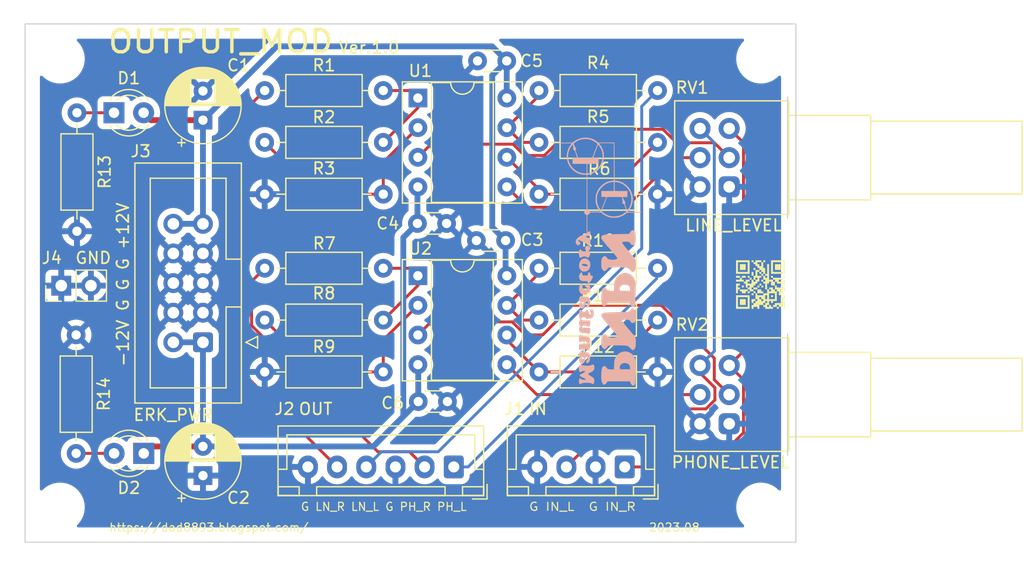
<source format=kicad_pcb>
(kicad_pcb (version 20211014) (generator pcbnew)
  (title_block (title "OUTPUT_MOD") (date "2023-08-25") (rev "1.0") (company "PNPN_Manufactory"))
  (layers (0 "F.Cu" signal) (31 "B.Cu" signal) (34 "B.Paste" user) (35 "F.Paste" user) (36 "B.SilkS" user "B.Silkscreen") (37 "F.SilkS" user "F.Silkscreen") (38 "B.Mask" user) (39 "F.Mask" user) (44 "Edge.Cuts" user))
  (net 0 "")
  (net 1 "+12V")
  (net 2 "GND")
  (net 3 "-12V")
  (net 4 "Net-(D1-Pad1)")
  (net 5 "Net-(D2-Pad2)")
  (net 6 "/IN_L")
  (net 7 "/IN_R")
  (net 8 "/PHONE_L")
  (net 9 "/PHONE_R")
  (net 10 "/LINE_L")
  (net 11 "/LINE_R")
  (net 12 "Net-(R1-Pad1)")
  (net 13 "Net-(R3-Pad1)")
  (net 14 "Net-(R5-Pad2)")
  (net 15 "Net-(R10-Pad1)")
  (net 16 "Net-(R12-Pad1)")
  (net 17 "Net-(RV1-Pad2)")
  (net 18 "Net-(RV1-Pad5)")
  (net 19 "Net-(RV2-Pad2)")
  (net 20 "Net-(RV2-Pad5)")
  (net 21 "Net-(R6-Pad1)")
  (net 22 "Net-(R7-Pad1)")
  (net 23 "Net-(R9-Pad1)")
  (footprint "Resistor_THT:R_Axial_DIN0207_L6.3mm_D2.5mm_P10.16mm_Horizontal" (layer "F.Cu") (at 156.412992 99.297)
    (fp_text reference "R10" (at 5.08 -2.37) (layer "F.SilkS"))
    (fp_text value "100")
    (pad "1" thru_hole circle (at 0 0) (size 1.6 1.6) (drill 0.8) (layers *.Cu *.Mask) (net 15 "Net-(R10-Pad1)"))
    (pad "2" thru_hole oval (at 10.16 0) (size 1.6 1.6) (drill 0.8) (layers *.Cu *.Mask) (net 8 "/PHONE_L"))
  )
  (footprint "Capacitor_THT:C_Disc_D3.0mm_W1.6mm_P2.50mm" (layer "F.Cu") (at 148.572992 110.727 180)
    (fp_text reference "C6" (at 4.689 -0.127) (layer "F.SilkS"))
    (fp_text value "0.1uF")
    (pad "1" thru_hole circle (at 0 0 180) (size 1.6 1.6) (drill 0.8) (layers *.Cu *.Mask) (net 2 "GND"))
    (pad "2" thru_hole circle (at 2.5 0 180) (size 1.6 1.6) (drill 0.8) (layers *.Cu *.Mask) (net 3 "-12V"))
  )
  (footprint "Capacitor_THT:CP_Radial_D6.3mm_P2.50mm" (layer "F.Cu") (at 127.627992 86.597 90)
    (fp_text reference "C1" (at 4.699 3.048 180) (layer "F.SilkS"))
    (fp_text value "100uF")
    (pad "1" thru_hole rect (at 0 0 90) (size 1.6 1.6) (drill 0.8) (layers *.Cu *.Mask) (net 1 "+12V"))
    (pad "2" thru_hole circle (at 2.5 0 90) (size 1.6 1.6) (drill 0.8) (layers *.Cu *.Mask) (net 2 "GND"))
  )
  (footprint "myfootprint:QR_Blog_5" (layer "F.Cu") (at 175.379992 100.694)
    (fp_text reference "G***")
    (fp_text value "LOGO" hide)
  )
  (footprint "Capacitor_THT:C_Disc_D3.0mm_W1.6mm_P2.50mm" (layer "F.Cu") (at 153.652992 81.517 180)
    (fp_text reference "C5" (at -2.125 0) (layer "F.SilkS"))
    (fp_text value "0.1uF")
    (pad "1" thru_hole circle (at 0 0 180) (size 1.6 1.6) (drill 0.8) (layers *.Cu *.Mask) (net 1 "+12V"))
    (pad "2" thru_hole circle (at 2.5 0 180) (size 1.6 1.6) (drill 0.8) (layers *.Cu *.Mask) (net 2 "GND"))
  )
  (footprint "Resistor_THT:R_Axial_DIN0207_L6.3mm_D2.5mm_P10.16mm_Horizontal" (layer "F.Cu") (at 166.572992 88.502 180)
    (fp_text reference "R5" (at 5.08623 2.191321) (layer "F.SilkS"))
    (fp_text value "10k")
    (pad "1" thru_hole circle (at 0 0 180) (size 1.6 1.6) (drill 0.8) (layers *.Cu *.Mask) (net 21 "Net-(R6-Pad1)"))
    (pad "2" thru_hole oval (at 10.16 0 180) (size 1.6 1.6) (drill 0.8) (layers *.Cu *.Mask) (net 14 "Net-(R5-Pad2)"))
  )
  (footprint "LED_THT:LED_D3.0mm" (layer "F.Cu") (at 120.002992 85.962)
    (fp_text reference "D1" (at 1.27 -2.96) (layer "F.SilkS"))
    (fp_text value "LED")
    (pad "1" thru_hole rect (at 0 0) (size 1.8 1.8) (drill 0.9) (layers *.Cu *.Mask) (net 4 "Net-(D1-Pad1)"))
    (pad "2" thru_hole circle (at 2.54 0) (size 1.8 1.8) (drill 0.9) (layers *.Cu *.Mask) (net 1 "+12V"))
  )
  (footprint "Potentiometer_THT:Potentiometer_Alps_RK097_Dual_Horizontal" (layer "F.Cu") (at 172.712992 112.632 180)
    (fp_text reference "RV2" (at 3.175 8.5) (layer "F.SilkS"))
    (fp_text value "50k/A Dual")
    (fp_line (start -5 -2.7) (end -5 7.7) (layer "Edge.Cuts") (width 0.1))
    (pad "1" thru_hole roundrect (at 0 0) (size 1.8 1.8) (drill 1) (layers *.Cu *.Mask) (net 2 "GND"))
    (pad "2" thru_hole circle (at 0 2.5) (size 1.8 1.8) (drill 1) (layers *.Cu *.Mask) (net 19 "Net-(RV2-Pad2)"))
    (pad "3" thru_hole circle (at 0 5) (size 1.8 1.8) (drill 1) (layers *.Cu *.Mask) (net 7 "/IN_R"))
    (pad "4" thru_hole circle (at 2.5 0) (size 1.8 1.8) (drill 1) (layers *.Cu *.Mask) (net 2 "GND"))
    (pad "5" thru_hole circle (at 2.5 2.5) (size 1.8 1.8) (drill 1) (layers *.Cu *.Mask) (net 20 "Net-(RV2-Pad5)"))
    (pad "6" thru_hole circle (at 2.5 5) (size 1.8 1.8) (drill 1) (layers *.Cu *.Mask) (net 6 "/IN_L"))
  )
  (footprint "Potentiometer_THT:Potentiometer_Alps_RK097_Dual_Horizontal" (layer "F.Cu") (at 172.712992 92.312 180)
    (fp_text reference "RV1" (at 3.175 8.5) (layer "F.SilkS"))
    (fp_text value "50k/A_Dual")
    (fp_line (start -5 -2.7) (end -5 7.7) (layer "Edge.Cuts") (width 0.1))
    (pad "1" thru_hole roundrect (at 0 0) (size 1.8 1.8) (drill 1) (layers *.Cu *.Mask) (net 2 "GND"))
    (pad "2" thru_hole circle (at 0 2.5) (size 1.8 1.8) (drill 1) (layers *.Cu *.Mask) (net 17 "Net-(RV1-Pad2)"))
    (pad "3" thru_hole circle (at 0 5) (size 1.8 1.8) (drill 1) (layers *.Cu *.Mask) (net 7 "/IN_R"))
    (pad "4" thru_hole circle (at 2.5 0) (size 1.8 1.8) (drill 1) (layers *.Cu *.Mask) (net 2 "GND"))
    (pad "5" thru_hole circle (at 2.5 2.5) (size 1.8 1.8) (drill 1) (layers *.Cu *.Mask) (net 18 "Net-(RV1-Pad5)"))
    (pad "6" thru_hole circle (at 2.5 5) (size 1.8 1.8) (drill 1) (layers *.Cu *.Mask) (net 6 "/IN_L"))
  )
  (footprint "Resistor_THT:R_Axial_DIN0207_L6.3mm_D2.5mm_P10.16mm_Horizontal" (layer "F.Cu") (at 116.763234 105.012 -90)
    (fp_text reference "R14" (at 5.08 -2.37 90) (layer "F.SilkS"))
    (fp_text value "470")
    (pad "1" thru_hole circle (at 0 0 270) (size 1.6 1.6) (drill 0.8) (layers *.Cu *.Mask) (net 2 "GND"))
    (pad "2" thru_hole oval (at 10.16 0 270) (size 1.6 1.6) (drill 0.8) (layers *.Cu *.Mask) (net 5 "Net-(D2-Pad2)"))
  )
  (footprint "Connector_IDC:IDC-Header_2x05_P2.54mm_Vertical" (layer "F.Cu") (at 127.627992 105.647 180)
    (fp_text reference "J3" (at 5.334 16.383) (layer "F.SilkS"))
    (fp_text value "ERK_PWR")
    (pad "1" thru_hole roundrect (at 0 0 180) (size 1.7 1.7) (drill 1) (layers *.Cu *.Mask) (roundrect_rratio 0.1470588235) (net 3 "-12V"))
    (pad "2" thru_hole circle (at 2.54 0 180) (size 1.7 1.7) (drill 1) (layers *.Cu *.Mask) (net 3 "-12V"))
    (pad "3" thru_hole circle (at 0 2.54 180) (size 1.7 1.7) (drill 1) (layers *.Cu *.Mask) (net 2 "GND"))
    (pad "4" thru_hole circle (at 2.54 2.54 180) (size 1.7 1.7) (drill 1) (layers *.Cu *.Mask) (net 2 "GND"))
    (pad "5" thru_hole circle (at 0 5.08 180) (size 1.7 1.7) (drill 1) (layers *.Cu *.Mask) (net 2 "GND"))
    (pad "6" thru_hole circle (at 2.54 5.08 180) (size 1.7 1.7) (drill 1) (layers *.Cu *.Mask) (net 2 "GND"))
    (pad "7" thru_hole circle (at 0 7.62 180) (size 1.7 1.7) (drill 1) (layers *.Cu *.Mask) (net 2 "GND"))
    (pad "8" thru_hole circle (at 2.54 7.62 180) (size 1.7 1.7) (drill 1) (layers *.Cu *.Mask) (net 2 "GND"))
    (pad "9" thru_hole circle (at 0 10.16 180) (size 1.7 1.7) (drill 1) (layers *.Cu *.Mask) (net 1 "+12V"))
    (pad "10" thru_hole circle (at 2.54 10.16 180) (size 1.7 1.7) (drill 1) (layers *.Cu *.Mask) (net 1 "+12V"))
  )
  (footprint "MountingHole:MountingHole_3.2mm_M3" (layer "F.Cu") (at 175.427992 81.342)
    (fp_text reference "H3")
    (fp_text value "MountingHole")
    (pad "" np_thru_hole circle (at 0 0) (size 3.2 3.2) (drill 3.2) (layers *.Cu *.Mask))
  )
  (footprint "Resistor_THT:R_Axial_DIN0207_L6.3mm_D2.5mm_P10.16mm_Horizontal" (layer "F.Cu") (at 143.077992 99.297 180)
    (fp_text reference "R7" (at 5.053281 2.128882) (layer "F.SilkS"))
    (fp_text value "100")
    (pad "1" thru_hole circle (at 0 0 180) (size 1.6 1.6) (drill 0.8) (layers *.Cu *.Mask) (net 22 "Net-(R7-Pad1)"))
    (pad "2" thru_hole oval (at 10.16 0 180) (size 1.6 1.6) (drill 0.8) (layers *.Cu *.Mask) (net 9 "/PHONE_R"))
  )
  (footprint "MountingHole:MountingHole_3.2mm_M3" (layer "F.Cu") (at 175.427992 119.792)
    (fp_text reference "H4")
    (fp_text value "MountingHole")
    (pad "" np_thru_hole circle (at 0 0) (size 3.2 3.2) (drill 3.2) (layers *.Cu *.Mask))
  )
  (footprint "Resistor_THT:R_Axial_DIN0207_L6.3mm_D2.5mm_P10.16mm_Horizontal" (layer "F.Cu") (at 143.077992 92.947 180)
    (fp_text reference "R3" (at 5.084481 2.205987) (layer "F.SilkS"))
    (fp_text value "10k")
    (pad "1" thru_hole circle (at 0 0 180) (size 1.6 1.6) (drill 0.8) (layers *.Cu *.Mask) (net 13 "Net-(R3-Pad1)"))
    (pad "2" thru_hole oval (at 10.16 0 180) (size 1.6 1.6) (drill 0.8) (layers *.Cu *.Mask) (net 2 "GND"))
  )
  (footprint "Resistor_THT:R_Axial_DIN0207_L6.3mm_D2.5mm_P10.16mm_Horizontal" (layer "F.Cu") (at 143.077992 84.057 180)
    (fp_text reference "R1" (at 5.08 2.159) (layer "F.SilkS"))
    (fp_text value "100")
    (pad "1" thru_hole circle (at 0 0 180) (size 1.6 1.6) (drill 0.8) (layers *.Cu *.Mask) (net 12 "Net-(R1-Pad1)"))
    (pad "2" thru_hole oval (at 10.16 0 180) (size 1.6 1.6) (drill 0.8) (layers *.Cu *.Mask) (net 11 "/LINE_R"))
  )
  (footprint "Resistor_THT:R_Axial_DIN0207_L6.3mm_D2.5mm_P10.16mm_Horizontal" (layer "F.Cu") (at 166.572992 103.742 180)
    (fp_text reference "R11" (at 5.117429 2.081149) (layer "F.SilkS"))
    (fp_text value "10k")
    (pad "1" thru_hole circle (at 0 0 180) (size 1.6 1.6) (drill 0.8) (layers *.Cu *.Mask) (net 16 "Net-(R12-Pad1)"))
    (pad "2" thru_hole oval (at 10.16 0 180) (size 1.6 1.6) (drill 0.8) (layers *.Cu *.Mask) (net 15 "Net-(R10-Pad1)"))
  )
  (footprint "Capacitor_THT:CP_Radial_D6.3mm_P2.50mm" (layer "F.Cu") (at 127.627992 117.077 90)
    (fp_text reference "C2" (at -1.905 3.048 180) (layer "F.SilkS"))
    (fp_text value "100uF")
    (pad "1" thru_hole rect (at 0 0 90) (size 1.6 1.6) (drill 0.8) (layers *.Cu *.Mask) (net 2 "GND"))
    (pad "2" thru_hole circle (at 2.5 0 90) (size 1.6 1.6) (drill 0.8) (layers *.Cu *.Mask) (net 3 "-12V"))
  )
  (footprint "Resistor_THT:R_Axial_DIN0207_L6.3mm_D2.5mm_P10.16mm_Horizontal" (layer "F.Cu") (at 156.412992 108.187)
    (fp_text reference "R12" (at 5.08 -2.159) (layer "F.SilkS"))
    (fp_text value "10k")
    (pad "1" thru_hole circle (at 0 0) (size 1.6 1.6) (drill 0.8) (layers *.Cu *.Mask) (net 16 "Net-(R12-Pad1)"))
    (pad "2" thru_hole oval (at 10.16 0) (size 1.6 1.6) (drill 0.8) (layers *.Cu *.Mask) (net 2 "GND"))
  )
  (footprint "Resistor_THT:R_Axial_DIN0207_L6.3mm_D2.5mm_P10.16mm_Horizontal" (layer "F.Cu") (at 132.917992 88.502)
    (fp_text reference "R2" (at 5.075519 -2.160121) (layer "F.SilkS"))
    (fp_text value "10k")
    (pad "1" thru_hole circle (at 0 0) (size 1.6 1.6) (drill 0.8) (layers *.Cu *.Mask) (net 13 "Net-(R3-Pad1)"))
    (pad "2" thru_hole oval (at 10.16 0) (size 1.6 1.6) (drill 0.8) (layers *.Cu *.Mask) (net 12 "Net-(R1-Pad1)"))
  )
  (footprint "Resistor_THT:R_Axial_DIN0207_L6.3mm_D2.5mm_P10.16mm_Horizontal" (layer "F.Cu") (at 116.832992 85.962 -90)
    (fp_text reference "R13" (at 5.08 -2.37 90) (layer "F.SilkS"))
    (fp_text value "470")
    (pad "1" thru_hole circle (at 0 0 270) (size 1.6 1.6) (drill 0.8) (layers *.Cu *.Mask) (net 4 "Net-(D1-Pad1)"))
    (pad "2" thru_hole oval (at 10.16 0 270) (size 1.6 1.6) (drill 0.8) (layers *.Cu *.Mask) (net 2 "GND"))
  )
  (footprint "Capacitor_THT:C_Disc_D3.0mm_W1.6mm_P2.50mm" (layer "F.Cu") (at 153.556825 96.92035 180)
    (fp_text reference "C3" (at -2.275548 0.062399) (layer "F.SilkS"))
    (fp_text value "0.1uF")
    (pad "1" thru_hole circle (at 0 0 180) (size 1.6 1.6) (drill 0.8) (layers *.Cu *.Mask) (net 1 "+12V"))
    (pad "2" thru_hole circle (at 2.5 0 180) (size 1.6 1.6) (drill 0.8) (layers *.Cu *.Mask) (net 2 "GND"))
  )
  (footprint "Capacitor_THT:C_Disc_D3.0mm_W1.6mm_P2.50mm" (layer "F.Cu") (at 148.5025 95.453972 180)
    (fp_text reference "C4" (at 5.04 0) (layer "F.SilkS"))
    (fp_text value "0.1uF")
    (pad "1" thru_hole circle (at 0 0 180) (size 1.6 1.6) (drill 0.8) (layers *.Cu *.Mask) (net 2 "GND"))
    (pad "2" thru_hole circle (at 2.5 0 180) (size 1.6 1.6) (drill 0.8) (layers *.Cu *.Mask) (net 3 "-12V"))
  )
  (footprint "Connector_JST:JST_XH_B4B-XH-A_1x04_P2.50mm_Vertical" (layer "F.Cu") (at 163.762992 116.332 180)
    (fp_text reference "J1" (at 9.465 4.97) (layer "F.SilkS"))
    (fp_text value "IN")
    (pad "1" thru_hole roundrect (at 0 0 180) (size 1.7 1.95) (drill 0.95) (layers *.Cu *.Mask) (roundrect_rratio 0.1470588235) (net 7 "/IN_R"))
    (pad "2" thru_hole oval (at 2.5 0 180) (size 1.7 1.95) (drill 0.95) (layers *.Cu *.Mask) (net 2 "GND"))
    (pad "3" thru_hole oval (at 5 0 180) (size 1.7 1.95) (drill 0.95) (layers *.Cu *.Mask) (net 6 "/IN_L"))
    (pad "4" thru_hole oval (at 7.5 0 180) (size 1.7 1.95) (drill 0.95) (layers *.Cu *.Mask) (net 2 "GND"))
  )
  (footprint "Connector_JST:JST_XH_B6B-XH-A_1x06_P2.50mm_Vertical" (layer "F.Cu") (at 149.117992 116.332 180)
    (fp_text reference "J2" (at 14.505 4.97) (layer "F.SilkS"))
    (fp_text value "OUT")
    (pad "1" thru_hole roundrect (at 0 0 180) (size 1.7 1.95) (drill 0.95) (layers *.Cu *.Mask) (roundrect_rratio 0.1470588235) (net 8 "/PHONE_L"))
    (pad "2" thru_hole oval (at 2.5 0 180) (size 1.7 1.95) (drill 0.95) (layers *.Cu *.Mask) (net 9 "/PHONE_R"))
    (pad "3" thru_hole oval (at 5 0 180) (size 1.7 1.95) (drill 0.95) (layers *.Cu *.Mask) (net 2 "GND"))
    (pad "4" thru_hole oval (at 7.5 0 180) (size 1.7 1.95) (drill 0.95) (layers *.Cu *.Mask) (net 10 "/LINE_L"))
    (pad "5" thru_hole oval (at 10 0 180) (size 1.7 1.95) (drill 0.95) (layers *.Cu *.Mask) (net 11 "/LINE_R"))
    (pad "6" thru_hole oval (at 12.5 0 180) (size 1.7 1.95) (drill 0.95) (layers *.Cu *.Mask) (net 2 "GND"))
  )
  (footprint "MountingHole:MountingHole_3.2mm_M3" (layer "F.Cu") (at 115.387992 119.792)
    (fp_text reference "H2")
    (fp_text value "MountingHole")
    (pad "" np_thru_hole circle (at 0 0) (size 3.2 3.2) (drill 3.2) (layers *.Cu *.Mask))
  )
  (footprint "Connector_PinHeader_2.54mm:PinHeader_1x02_P2.54mm_Vertical" (layer "F.Cu") (at 115.488234 100.787 90)
    (fp_text reference "J4" (at 2.379 -0.814242 180) (layer "F.SilkS"))
    (fp_text value "TP_GND")
    (pad "1" thru_hole rect (at 0 0 90) (size 1.7 1.7) (drill 1) (layers *.Cu *.Mask) (net 2 "GND"))
    (pad "2" thru_hole oval (at 0 2.54 90) (size 1.7 1.7) (drill 1) (layers *.Cu *.Mask) (net 2 "GND"))
  )
  (footprint "LED_THT:LED_D3.0mm" (layer "F.Cu") (at 122.552992 115.172 180)
    (fp_text reference "D2" (at 1.27 -2.96) (layer "F.SilkS"))
    (fp_text value "LED")
    (pad "1" thru_hole rect (at 0 0 180) (size 1.8 1.8) (drill 0.9) (layers *.Cu *.Mask) (net 3 "-12V"))
    (pad "2" thru_hole circle (at 2.54 0 180) (size 1.8 1.8) (drill 0.9) (layers *.Cu *.Mask) (net 5 "Net-(D2-Pad2)"))
  )
  (footprint "Resistor_THT:R_Axial_DIN0207_L6.3mm_D2.5mm_P10.16mm_Horizontal" (layer "F.Cu") (at 156.412992 92.947)
    (fp_text reference "R6" (at 5.167369 -2.174787) (layer "F.SilkS"))
    (fp_text value "10k")
    (pad "1" thru_hole circle (at 0 0) (size 1.6 1.6) (drill 0.8) (layers *.Cu *.Mask) (net 21 "Net-(R6-Pad1)"))
    (pad "2" thru_hole oval (at 10.16 0) (size 1.6 1.6) (drill 0.8) (layers *.Cu *.Mask) (net 2 "GND"))
  )
  (footprint "Package_DIP:DIP-8_W7.62mm_Socket" (layer "F.Cu") (at 146.042992 99.942)
    (fp_text reference "U2" (at 0.21 -2.33) (layer "F.SilkS"))
    (fp_text value "NJM4580")
    (pad "1" thru_hole rect (at 0 0) (size 1.6 1.6) (drill 0.8) (layers *.Cu *.Mask) (net 22 "Net-(R7-Pad1)"))
    (pad "2" thru_hole oval (at 0 2.54) (size 1.6 1.6) (drill 0.8) (layers *.Cu *.Mask) (net 23 "Net-(R9-Pad1)"))
    (pad "3" thru_hole oval (at 0 5.08) (size 1.6 1.6) (drill 0.8) (layers *.Cu *.Mask) (net 19 "Net-(RV2-Pad2)"))
    (pad "4" thru_hole oval (at 0 7.62) (size 1.6 1.6) (drill 0.8) (layers *.Cu *.Mask) (net 3 "-12V"))
    (pad "5" thru_hole oval (at 7.62 7.62) (size 1.6 1.6) (drill 0.8) (layers *.Cu *.Mask) (net 20 "Net-(RV2-Pad5)"))
    (pad "6" thru_hole oval (at 7.62 5.08) (size 1.6 1.6) (drill 0.8) (layers *.Cu *.Mask) (net 16 "Net-(R12-Pad1)"))
    (pad "7" thru_hole oval (at 7.62 2.54) (size 1.6 1.6) (drill 0.8) (layers *.Cu *.Mask) (net 15 "Net-(R10-Pad1)"))
    (pad "8" thru_hole oval (at 7.62 0) (size 1.6 1.6) (drill 0.8) (layers *.Cu *.Mask) (net 1 "+12V"))
  )
  (footprint "Resistor_THT:R_Axial_DIN0207_L6.3mm_D2.5mm_P10.16mm_Horizontal" (layer "F.Cu") (at 156.412992 84.057)
    (fp_text reference "R4" (at 5.08 -2.37) (layer "F.SilkS"))
    (fp_text value "100")
    (pad "1" thru_hole circle (at 0 0) (size 1.6 1.6) (drill 0.8) (layers *.Cu *.Mask) (net 14 "Net-(R5-Pad2)"))
    (pad "2" thru_hole oval (at 10.16 0) (size 1.6 1.6) (drill 0.8) (layers *.Cu *.Mask) (net 10 "/LINE_L"))
  )
  (footprint "Resistor_THT:R_Axial_DIN0207_L6.3mm_D2.5mm_P10.16mm_Horizontal" (layer "F.Cu") (at 143.077992 108.187 180)
    (fp_text reference "R9" (at 5.08 2.159) (layer "F.SilkS"))
    (fp_text value "10k")
    (pad "1" thru_hole circle (at 0 0 180) (size 1.6 1.6) (drill 0.8) (layers *.Cu *.Mask) (net 23 "Net-(R9-Pad1)"))
    (pad "2" thru_hole oval (at 10.16 0 180) (size 1.6 1.6) (drill 0.8) (layers *.Cu *.Mask) (net 2 "GND"))
  )
  (footprint "MountingHole:MountingHole_3.2mm_M3" (layer "F.Cu") (at 115.387992 81.342)
    (fp_text reference "H1")
    (fp_text value "MountingHole")
    (pad "" np_thru_hole circle (at 0 0) (size 3.2 3.2) (drill 3.2) (layers *.Cu *.Mask))
  )
  (footprint "Package_DIP:DIP-8_W7.62mm_Socket" (layer "F.Cu") (at 146.042992 84.702)
    (fp_text reference "U1" (at 0.21 -2.33) (layer "F.SilkS"))
    (fp_text value "NJM4580")
    (pad "1" thru_hole rect (at 0 0) (size 1.6 1.6) (drill 0.8) (layers *.Cu *.Mask) (net 12 "Net-(R1-Pad1)"))
    (pad "2" thru_hole oval (at 0 2.54) (size 1.6 1.6) (drill 0.8) (layers *.Cu *.Mask) (net 13 "Net-(R3-Pad1)"))
    (pad "3" thru_hole oval (at 0 5.08) (size 1.6 1.6) (drill 0.8) (layers *.Cu *.Mask) (net 17 "Net-(RV1-Pad2)"))
    (pad "4" thru_hole oval (at 0 7.62) (size 1.6 1.6) (drill 0.8) (layers *.Cu *.Mask) (net 3 "-12V"))
    (pad "5" thru_hole oval (at 7.62 7.62) (size 1.6 1.6) (drill 0.8) (layers *.Cu *.Mask) (net 18 "Net-(RV1-Pad5)"))
    (pad "6" thru_hole oval (at 7.62 5.08) (size 1.6 1.6) (drill 0.8) (layers *.Cu *.Mask) (net 21 "Net-(R6-Pad1)"))
    (pad "7" thru_hole oval (at 7.62 2.54) (size 1.6 1.6) (drill 0.8) (layers *.Cu *.Mask) (net 14 "Net-(R5-Pad2)"))
    (pad "8" thru_hole oval (at 7.62 0) (size 1.6 1.6) (drill 0.8) (layers *.Cu *.Mask) (net 1 "+12V"))
  )
  (footprint "Resistor_THT:R_Axial_DIN0207_L6.3mm_D2.5mm_P10.16mm_Horizontal" (layer "F.Cu") (at 132.917992 103.742)
    (fp_text reference "R8" (at 5.08 -2.286) (layer "F.SilkS"))
    (fp_text value "10k")
    (pad "1" thru_hole circle (at 0 0) (size 1.6 1.6) (drill 0.8) (layers *.Cu *.Mask) (net 23 "Net-(R9-Pad1)"))
    (pad "2" thru_hole oval (at 10.16 0) (size 1.6 1.6) (drill 0.8) (layers *.Cu *.Mask) (net 22 "Net-(R7-Pad1)"))
  )
  (footprint "myfootprint:Silk_PNPN_Thyristor_1200dpi" (layer "B.Cu") (at 161.409992 92.058 90)
    (fp_text reference "G***" hide)
    (fp_text value "LOGO" hide)
  )
  (footprint "myfootprint:Silk_PNPN_Manufactory_600dpi" (layer "B.Cu") (at 162.425992 102.726 90)
    (fp_text reference "G***" hide)
    (fp_text value "LOGO" hide)
  )
  (gr_rect (start 112.387992 78.342) (end 178.427992 122.792) (layer "Edge.Cuts") (width 0.1) (fill none))
  (gr_text "PHONE_LEVEL" (at 172.839992 115.934) (layer "F.SilkS") (effects (font (size 1 1))))
  (gr_text "2023.08" (at 168.013992 121.522) (layer "F.SilkS") (effects (font (size 0.7 0.7) (thickness 0.1))))
  (gr_text "Ver.1.0" (at 141.851992 80.374) (layer "F.SilkS") (effects (font (size 1 1))))
  (gr_text "ERK_PWR" (at 125.087992 111.87) (layer "F.SilkS") (effects (font (size 1 1))))
  (gr_text "-12V G G G +12V" (at 120.769992 100.694 90) (layer "F.SilkS") (effects (font (size 1 1))))
  (gr_text "OUT" (at 137.279992 111.362) (layer "F.SilkS") (effects (font (size 1 1))))
  (gr_text "IN" (at 156.329992 111.362) (layer "F.SilkS") (effects (font (size 1 1))))
  (gr_text "G IN_L  G IN_R" (at 160.139992 119.744) (layer "F.SilkS") (effects (font (size 0.7 0.8) (thickness 0.1))))
  (gr_text "LINE_LEVEL" (at 173.093992 95.614) (layer "F.SilkS") (effects (font (size 1 1))))
  (gr_text "OUTPUT_MOD" (at 129.151992 79.866) (layer "F.SilkS") (effects (font (size 1.9 2) (thickness 0.3))))
  (gr_text "https://dad8893.blogspot.com/" (at 128.135992 121.522) (layer "F.SilkS") (effects (font (size 0.7 0.7) (thickness 0.1))))
  (gr_text "GND" (at 118.229992 98.408) (layer "F.SilkS") (effects (font (size 1 1))))
  (gr_text "G LN_R LN_L G PH_R PH_L" (at 143.121992 119.744) (layer "F.SilkS") (effects (font (size 0.7 0.7) (thickness 0.1))))
  (segment (start 122.542992 85.962) (end 123.177992 86.597) (width 0.5) (layer "F.Cu") (net 1))
  (segment (start 123.177992 86.597) (end 127.627992 86.597) (width 0.5) (layer "F.Cu") (net 1))
  (segment (start 153.556825 96.92035) (end 153.556825 99.835833) (width 0.5) (layer "B.Cu") (net 1))
  (segment (start 152.402992 80.267) (end 153.652992 81.517) (width 0.5) (layer "B.Cu") (net 1))
  (segment (start 125.087992 95.487) (end 127.627992 95.487) (width 0.5) (layer "B.Cu") (net 1))
  (segment (start 153.652992 84.692) (end 153.662992 84.702) (width 0.5) (layer "B.Cu") (net 1))
  (segment (start 153.556825 99.835833) (end 153.662992 99.942) (width 0.5) (layer "B.Cu") (net 1))
  (segment (start 133.957992 80.267) (end 152.402992 80.267) (width 0.5) (layer "B.Cu") (net 1))
  (segment (start 127.627992 86.597) (end 133.957992 80.267) (width 0.5) (layer "B.Cu") (net 1))
  (segment (start 153.652992 81.517) (end 152.412992 82.757) (width 0.5) (layer "B.Cu") (net 1))
  (segment (start 152.412992 95.776517) (end 153.556825 96.92035) (width 0.5) (layer "B.Cu") (net 1))
  (segment (start 152.412992 82.757) (end 152.412992 95.776517) (width 0.5) (layer "B.Cu") (net 1))
  (segment (start 127.627992 95.487) (end 127.627992 86.597) (width 0.5) (layer "B.Cu") (net 1))
  (segment (start 153.652992 81.517) (end 153.652992 84.692) (width 0.5) (layer "B.Cu") (net 1))
  (segment (start 122.552992 115.172) (end 123.147992 114.577) (width 0.5) (layer "F.Cu") (net 3))
  (segment (start 123.147992 114.577) (end 127.627992 114.577) (width 0.5) (layer "F.Cu") (net 3))
  (segment (start 146.0025 95.453972) (end 146.0025 92.362492) (width 0.5) (layer "B.Cu") (net 3))
  (segment (start 125.087992 105.647) (end 127.627992 105.647) (width 0.5) (layer "B.Cu") (net 3))
  (segment (start 142.222992 114.577) (end 144.792992 112.007) (width 0.5) (layer "B.Cu") (net 3))
  (segment (start 144.792992 96.66348) (end 146.0025 95.453972) (width 0.5) (layer "B.Cu") (net 3))
  (segment (start 144.792992 112.007) (end 144.792992 96.66348) (width 0.5) (layer "B.Cu") (net 3))
  (segment (start 146.0025 92.362492) (end 146.042992 92.322) (width 0.5) (layer "B.Cu") (net 3))
  (segment (start 142.222992 114.577) (end 146.072992 110.727) (width 0.5) (layer "B.Cu") (net 3))
  (segment (start 146.072992 110.727) (end 146.072992 107.592) (width 0.5) (layer "B.Cu") (net 3))
  (segment (start 127.627992 105.647) (end 127.627992 114.577) (width 0.5) (layer "B.Cu") (net 3))
  (segment (start 146.072992 107.592) (end 146.042992 107.562) (width 0.5) (layer "B.Cu") (net 3))
  (segment (start 127.627992 114.577) (end 142.222992 114.577) (width 0.5) (layer "B.Cu") (net 3))
  (segment (start 116.832992 85.962) (end 120.002992 85.962) (width 0.25) (layer "F.Cu") (net 4))
  (segment (start 116.763234 115.172) (end 120.012992 115.172) (width 0.25) (layer "F.Cu") (net 5))
  (segment (start 171.487992 110.589412) (end 171.487992 109.543396) (width 0.25) (layer "F.Cu") (net 6))
  (segment (start 171.487992 109.543396) (end 170.212992 108.268396) (width 0.25) (layer "F.Cu") (net 6))
  (segment (start 170.212992 108.268396) (end 170.212992 107.632) (width 0.25) (layer "F.Cu") (net 6))
  (segment (start 158.762992 116.332) (end 163.737992 111.357) (width 0.25) (layer "F.Cu") (net 6))
  (segment (start 170.720404 111.357) (end 171.487992 110.589412) (width 0.25) (layer "F.Cu") (net 6))
  (segment (start 163.737992 111.357) (end 170.720404 111.357) (width 0.25) (layer "F.Cu") (net 6))
  (segment (start 170.212992 107.632) (end 171.437992 106.407) (width 0.25) (layer "B.Cu") (net 6))
  (segment (start 171.437992 88.537) (end 170.212992 87.312) (width 0.25) (layer "B.Cu") (net 6))
  (segment (start 171.437992 106.407) (end 171.437992 88.537) (width 0.25) (layer "B.Cu") (net 6))
  (segment (start 173.937992 106.407) (end 173.937992 88.537) (width 0.25) (layer "F.Cu") (net 7))
  (segment (start 173.937992 88.537) (end 172.712992 87.312) (width 0.25) (layer "F.Cu") (net 7))
  (segment (start 171.009008 116.332) (end 173.937992 113.403016) (width 0.25) (layer "F.Cu") (net 7))
  (segment (start 173.937992 108.857) (end 172.712992 107.632) (width 0.25) (layer "F.Cu") (net 7))
  (segment (start 163.762992 116.332) (end 171.009008 116.332) (width 0.25) (layer "F.Cu") (net 7))
  (segment (start 172.712992 107.632) (end 173.937992 106.407) (width 0.25) (layer "F.Cu") (net 7))
  (segment (start 173.937992 113.403016) (end 173.937992 108.857) (width 0.25) (layer "F.Cu") (net 7))
  (segment (start 150.343992 116.332) (end 166.489992 100.186) (width 0.25) (layer "B.Cu") (net 8))
  (segment (start 149.117992 116.332) (end 150.343992 116.332) (width 0.25) (layer "B.Cu") (net 8))
  (segment (start 132.917992 99.297) (end 131.792992 100.422) (width 0.25) (layer "F.Cu") (net 9))
  (segment (start 131.792992 104.207991) (end 142.617001 115.032) (width 0.25) (layer "F.Cu") (net 9))
  (segment (start 142.617001 115.032) (end 145.317992 115.032) (width 0.25) (layer "F.Cu") (net 9))
  (segment (start 131.792992 100.422) (end 131.792992 104.207991) (width 0.25) (layer "F.Cu") (net 9))
  (segment (start 145.317992 115.032) (end 146.617992 116.332) (width 0.25) (layer "F.Cu") (net 9))
  (segment (start 147.783983 115.032) (end 165.219992 97.595991) (width 0.25) (layer "B.Cu") (net 10))
  (segment (start 165.219992 97.595991) (end 165.219992 85.41) (width 0.25) (layer "B.Cu") (net 10))
  (segment (start 141.617992 116.332) (end 142.917992 115.032) (width 0.25) (layer "B.Cu") (net 10))
  (segment (start 165.219992 85.41) (end 166.572992 84.057) (width 0.25) (layer "B.Cu") (net 10))
  (segment (start 142.917992 115.032) (end 147.783983 115.032) (width 0.25) (layer "B.Cu") (net 10))
  (segment (start 132.917992 84.057) (end 131.342992 85.632) (width 0.25) (layer "F.Cu") (net 11))
  (segment (start 131.342992 85.632) (end 131.342992 108.557) (width 0.25) (layer "F.Cu") (net 11))
  (segment (start 131.342992 108.557) (end 139.117992 116.332) (width 0.25) (layer "F.Cu") (net 11))
  (segment (start 145.397992 84.057) (end 146.042992 84.702) (width 0.25) (layer "F.Cu") (net 12))
  (segment (start 146.042992 85.537) (end 146.042992 84.702) (width 0.25) (layer "F.Cu") (net 12))
  (segment (start 143.077992 88.502) (end 146.042992 85.537) (width 0.25) (layer "F.Cu") (net 12))
  (segment (start 143.077992 84.057) (end 145.397992 84.057) (width 0.25) (layer "F.Cu") (net 12))
  (segment (start 143.077992 92.947) (end 137.362992 92.947) (width 0.25) (layer "F.Cu") (net 13))
  (segment (start 143.077992 92.947) (end 143.077992 90.207) (width 0.25) (layer "F.Cu") (net 13))
  (segment (start 143.077992 90.207) (end 146.042992 87.242) (width 0.25) (layer "F.Cu") (net 13))
  (segment (start 137.362992 92.947) (end 132.917992 88.502) (width 0.25) (layer "F.Cu") (net 13))
  (segment (start 156.412992 88.502) (end 154.922992 88.502) (width 0.25) (layer "F.Cu") (net 14))
  (segment (start 156.412992 84.492) (end 156.412992 84.057) (width 0.25) (layer "F.Cu") (net 14))
  (segment (start 154.922992 88.502) (end 153.662992 87.242) (width 0.25) (layer "F.Cu") (net 14))
  (segment (start 153.662992 87.242) (end 156.412992 84.492) (width 0.25) (layer "F.Cu") (net 14))
  (segment (start 156.412992 99.732) (end 153.662992 102.482) (width 0.25) (layer "F.Cu") (net 15))
  (segment (start 153.662992 102.482) (end 154.922992 103.742) (width 0.25) (layer "F.Cu") (net 15))
  (segment (start 154.922992 103.742) (end 156.412992 103.742) (width 0.25) (layer "F.Cu") (net 15))
  (segment (start 156.412992 99.297) (end 156.412992 99.732) (width 0.25) (layer "F.Cu") (net 15))
  (segment (start 156.412992 108.187) (end 153.662992 105.437) (width 0.25) (layer "F.Cu") (net 16))
  (segment (start 162.127992 108.187) (end 156.412992 108.187) (width 0.25) (layer "F.Cu") (net 16))
  (segment (start 153.662992 105.437) (end 153.662992 105.022) (width 0.25) (layer "F.Cu") (net 16))
  (segment (start 166.572992 103.742) (end 162.127992 108.187) (width 0.25) (layer "F.Cu") (net 16))
  (segment (start 154.198992 88.657) (end 147.167992 88.657) (width 0.25) (layer "F.Cu") (net 17))
  (segment (start 156.878983 89.627) (end 155.168992 89.627) (width 0.25) (layer "F.Cu") (net 17))
  (segment (start 155.168992 89.627) (end 154.198992 88.657) (width 0.25) (layer "F.Cu") (net 17))
  (segment (start 171.437992 88.537) (end 168.198983 88.537) (width 0.25) (layer "F.Cu") (net 17))
  (segment (start 167.038983 87.377) (end 159.128983 87.377) (width 0.25) (layer "F.Cu") (net 17))
  (segment (start 159.128983 87.377) (end 156.878983 89.627) (width 0.25) (layer "F.Cu") (net 17))
  (segment (start 147.167992 88.657) (end 146.042992 89.782) (width 0.25) (layer "F.Cu") (net 17))
  (segment (start 172.712992 89.812) (end 171.437992 88.537) (width 0.25) (layer "F.Cu") (net 17))
  (segment (start 168.198983 88.537) (end 167.038983 87.377) (width 0.25) (layer "F.Cu") (net 17))
  (segment (start 155.412992 94.072) (end 163.857001 94.072) (width 0.25) (layer "F.Cu") (net 18))
  (segment (start 153.662992 92.322) (end 155.412992 94.072) (width 0.25) (layer "F.Cu") (net 18))
  (segment (start 168.117001 89.812) (end 170.212992 89.812) (width 0.25) (layer "F.Cu") (net 18))
  (segment (start 163.857001 94.072) (end 168.117001 89.812) (width 0.25) (layer "F.Cu") (net 18))
  (segment (start 147.167992 103.897) (end 146.042992 105.022) (width 0.25) (layer "F.Cu") (net 19))
  (segment (start 156.733983 105.012) (end 155.243983 105.012) (width 0.25) (layer "F.Cu") (net 19))
  (segment (start 172.712992 110.132) (end 171.437992 108.857) (width 0.25) (layer "F.Cu") (net 19))
  (segment (start 155.243983 105.012) (end 154.128983 103.897) (width 0.25) (layer "F.Cu") (net 19))
  (segment (start 171.437992 107.016009) (end 166.893983 102.472) (width 0.25) (layer "F.Cu") (net 19))
  (segment (start 159.273983 102.472) (end 156.733983 105.012) (width 0.25) (layer "F.Cu") (net 19))
  (segment (start 166.893983 102.472) (end 159.273983 102.472) (width 0.25) (layer "F.Cu") (net 19))
  (segment (start 171.437992 108.857) (end 171.437992 107.016009) (width 0.25) (layer "F.Cu") (net 19))
  (segment (start 154.128983 103.897) (end 147.167992 103.897) (width 0.25) (layer "F.Cu") (net 19))
  (segment (start 170.212992 110.132) (end 156.232992 110.132) (width 0.25) (layer "F.Cu") (net 20))
  (segment (start 156.232992 110.132) (end 153.662992 107.562) (width 0.25) (layer "F.Cu") (net 20))
  (segment (start 153.662992 89.782) (end 156.412992 92.532) (width 0.25) (layer "F.Cu") (net 21))
  (segment (start 156.412992 92.532) (end 156.412992 92.947) (width 0.25) (layer "F.Cu") (net 21))
  (segment (start 162.127992 92.947) (end 166.572992 88.502) (width 0.25) (layer "F.Cu") (net 21))
  (segment (start 156.412992 92.947) (end 162.127992 92.947) (width 0.25) (layer "F.Cu") (net 21))
  (segment (start 145.397992 99.297) (end 143.077992 99.297) (width 0.25) (layer "F.Cu") (net 22))
  (segment (start 146.042992 99.942) (end 145.397992 99.297) (width 0.25) (layer "F.Cu") (net 22))
  (segment (start 143.077992 103.742) (end 146.042992 100.777) (width 0.25) (layer "F.Cu") (net 22))
  (segment (start 146.042992 100.777) (end 146.042992 99.942) (width 0.25) (layer "F.Cu") (net 22))
  (segment (start 143.077992 108.187) (end 137.362992 108.187) (width 0.25) (layer "F.Cu") (net 23))
  (segment (start 143.077992 105.447) (end 146.042992 102.482) (width 0.25) (layer "F.Cu") (net 23))
  (segment (start 143.077992 108.187) (end 143.077992 105.447) (width 0.25) (layer "F.Cu") (net 23))
  (segment (start 137.362992 108.187) (end 132.917992 103.742) (width 0.25) (layer "F.Cu") (net 23))
  (zone (net 2) (net_name "GND") (layer "B.Cu") (connect_pads (clearance 0.508)) (min_thickness 0.254) (fill yes (thermal_gap 0.508) (thermal_bridge_width 0.508))
    (polygon (pts (xy 177.157992 121.522) (xy 113.657992 121.522) (xy 113.657992 79.612) (xy 177.157992 79.612)))
  )
)
</source>
